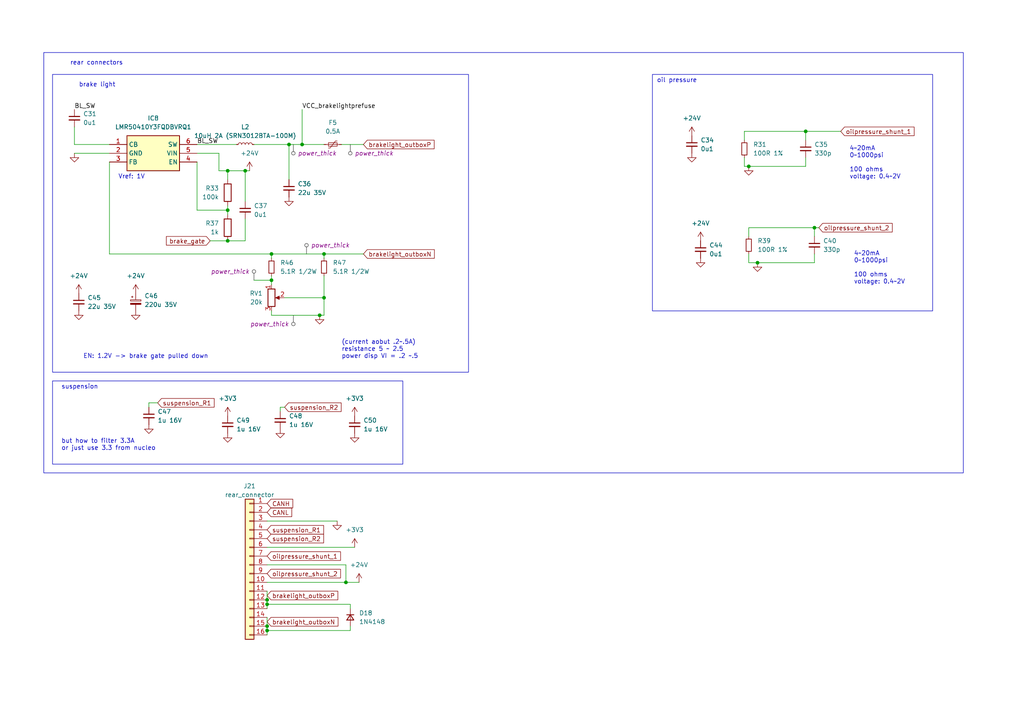
<source format=kicad_sch>
(kicad_sch (version 20231120) (generator "eeschema") (generator_version "8.0")
  (paper "A4")
  (title_block (title "EP5 rearbox powerboard") (date "2024-06-27") (rev "2.0") (company "NTURacing") (comment 1 "郭哲明") (comment 2 "Electrical group"))
  (lib_symbols
    (symbol "Connector_Generic:Conn_01x16" (pin_names (offset 1.016) hide)
      (property "Reference" "J" (at 0 20.32 0))
      (property "Value" "Conn_01x16" (at 0 -22.86 0))
      (symbol "Conn_01x16_1_1"
        (rectangle (start -1.27 -20.193) (end 0 -20.447) (stroke (width 0.1524)))
        (rectangle (start -1.27 -17.653) (end 0 -17.907) (stroke (width 0.1524)))
        (rectangle (start -1.27 -15.113) (end 0 -15.367) (stroke (width 0.1524)))
        (rectangle (start -1.27 -12.573) (end 0 -12.827) (stroke (width 0.1524)))
        (rectangle (start -1.27 -10.033) (end 0 -10.287) (stroke (width 0.1524)))
        (rectangle (start -1.27 -7.493) (end 0 -7.747) (stroke (width 0.1524)))
        (rectangle (start -1.27 -4.953) (end 0 -5.207) (stroke (width 0.1524)))
        (rectangle (start -1.27 -2.413) (end 0 -2.667) (stroke (width 0.1524)))
        (rectangle (start -1.27 0.127) (end 0 -0.127) (stroke (width 0.1524)))
        (rectangle (start -1.27 2.667) (end 0 2.413) (stroke (width 0.1524)))
        (rectangle (start -1.27 5.207) (end 0 4.953) (stroke (width 0.1524)))
        (rectangle (start -1.27 7.747) (end 0 7.493) (stroke (width 0.1524)))
        (rectangle (start -1.27 10.287) (end 0 10.033) (stroke (width 0.1524)))
        (rectangle (start -1.27 12.827) (end 0 12.573) (stroke (width 0.1524)))
        (rectangle (start -1.27 15.367) (end 0 15.113) (stroke (width 0.1524)))
        (rectangle (start -1.27 17.907) (end 0 17.653) (stroke (width 0.1524)))
        (rectangle (start -1.27 19.05) (end 1.27 -21.59) (stroke (width 0.254)) (fill (type background)))
        (pin passive line (at -5.08 17.78 0) (length 3.81) (name "Pin_1") (number "1"))
        (pin passive line (at -5.08 -5.08 0) (length 3.81) (name "Pin_10") (number "10"))
        (pin passive line (at -5.08 -7.62 0) (length 3.81) (name "Pin_11") (number "11"))
        (pin passive line (at -5.08 -10.16 0) (length 3.81) (name "Pin_12") (number "12"))
        (pin passive line (at -5.08 -12.7 0) (length 3.81) (name "Pin_13") (number "13"))
        (pin passive line (at -5.08 -15.24 0) (length 3.81) (name "Pin_14") (number "14"))
        (pin passive line (at -5.08 -17.78 0) (length 3.81) (name "Pin_15") (number "15"))
        (pin passive line (at -5.08 -20.32 0) (length 3.81) (name "Pin_16") (number "16"))
        (pin passive line (at -5.08 15.24 0) (length 3.81) (name "Pin_2") (number "2"))
        (pin passive line (at -5.08 12.7 0) (length 3.81) (name "Pin_3") (number "3"))
        (pin passive line (at -5.08 10.16 0) (length 3.81) (name "Pin_4") (number "4"))
        (pin passive line (at -5.08 7.62 0) (length 3.81) (name "Pin_5") (number "5"))
        (pin passive line (at -5.08 5.08 0) (length 3.81) (name "Pin_6") (number "6"))
        (pin passive line (at -5.08 2.54 0) (length 3.81) (name "Pin_7") (number "7"))
        (pin passive line (at -5.08 0 0) (length 3.81) (name "Pin_8") (number "8"))
        (pin passive line (at -5.08 -2.54 0) (length 3.81) (name "Pin_9") (number "9"))
      )
    )
    (symbol "Device:C_Polarized_Small" (pin_numbers hide) (pin_names (offset 0.254) hide)
      (property "Reference" "C" (at 0.254 1.778 0))
      (property "Value" "C_Polarized_Small" (at 0.254 -2.032 0))
      (symbol "C_Polarized_Small_0_1"
        (rectangle (start -1.524 -0.3048) (end 1.524 -0.6858) (fill (type outline)))
        (rectangle (start -1.524 0.6858) (end 1.524 0.3048))
        (polyline (pts (xy -1.27 1.524) (xy -0.762 1.524)))
        (polyline (pts (xy -1.016 1.27) (xy -1.016 1.778)))
      )
      (symbol "C_Polarized_Small_1_1"
        (pin passive line (at 0 2.54 270) (length 1.8542) (name "~") (number "1"))
        (pin passive line (at 0 -2.54 90) (length 1.8542) (name "~") (number "2"))
      )
    )
    (symbol "Device:C_Small" (pin_numbers hide) (pin_names (offset 0.254) hide)
      (property "Reference" "C" (at 0.254 1.778 0))
      (property "Value" "C_Small" (at 0.254 -2.032 0))
      (symbol "C_Small_0_1"
        (polyline (pts (xy -1.524 -0.508) (xy 1.524 -0.508)) (stroke (width 0.3302)))
        (polyline (pts (xy -1.524 0.508) (xy 1.524 0.508)) (stroke (width 0.3048)))
      )
      (symbol "C_Small_1_1"
        (pin passive line (at 0 2.54 270) (length 2.032) (name "~") (number "1"))
        (pin passive line (at 0 -2.54 90) (length 2.032) (name "~") (number "2"))
      )
    )
    (symbol "Device:D_Small" (pin_numbers hide) (pin_names (offset 0.254) hide)
      (property "Reference" "D" (at -1.27 2.032 0))
      (property "Value" "D_Small" (at -3.81 -2.032 0))
      (symbol "D_Small_0_1"
        (polyline (pts (xy -0.762 -1.016) (xy -0.762 1.016)) (stroke (width 0.254)))
        (polyline (pts (xy -0.762 0) (xy 0.762 0)))
        (polyline (pts (xy 0.762 -1.016) (xy -0.762 0) (xy 0.762 1.016) (xy 0.762 -1.016)) (stroke (width 0.254)))
      )
      (symbol "D_Small_1_1"
        (pin passive line (at -2.54 0 0) (length 1.778) (name "K") (number "1"))
        (pin passive line (at 2.54 0 180) (length 1.778) (name "A") (number "2"))
      )
    )
    (symbol "Device:L_Small" (pin_numbers hide) (pin_names (offset 0.254) hide)
      (property "Reference" "L" (at 0.762 1.016 0))
      (property "Value" "L_Small" (at 0.762 -1.016 0))
      (symbol "L_Small_0_1"
        (arc (start 0 -2.032) (mid 0.5058 -1.524) (end 0 -1.016))
        (arc (start 0 -1.016) (mid 0.5058 -0.508) (end 0 0))
        (arc (start 0 0) (mid 0.5058 0.508) (end 0 1.016))
        (arc (start 0 1.016) (mid 0.5058 1.524) (end 0 2.032))
      )
      (symbol "L_Small_1_1"
        (pin passive line (at 0 2.54 270) (length 0.508) (name "~") (number "1"))
        (pin passive line (at 0 -2.54 90) (length 0.508) (name "~") (number "2"))
      )
    )
    (symbol "Device:Polyfuse_Small" (pin_numbers hide) (pin_names (offset 0))
      (property "Reference" "F" (at -1.905 0 90))
      (property "Value" "Polyfuse_Small" (at 1.905 0 90))
      (symbol "Polyfuse_Small_0_1"
        (rectangle (start -0.508 1.27) (end 0.508 -1.27))
        (polyline (pts (xy 0 2.54) (xy 0 -2.54)))
        (polyline (pts (xy -1.016 1.27) (xy -1.016 0.762) (xy 1.016 -0.762) (xy 1.016 -1.27)))
      )
      (symbol "Polyfuse_Small_1_1"
        (pin passive line (at 0 2.54 270) (length 0.635) (name "~") (number "1"))
        (pin passive line (at 0 -2.54 90) (length 0.635) (name "~") (number "2"))
      )
    )
    (symbol "Device:R" (pin_numbers hide) (pin_names (offset 0))
      (property "Reference" "R" (at 2.032 0 90))
      (property "Value" "R" (at 0 0 90))
      (symbol "R_0_1"
        (rectangle (start -1.016 -2.54) (end 1.016 2.54) (stroke (width 0.254)))
      )
      (symbol "R_1_1"
        (pin passive line (at 0 3.81 270) (length 1.27) (name "~") (number "1"))
        (pin passive line (at 0 -3.81 90) (length 1.27) (name "~") (number "2"))
      )
    )
    (symbol "Device:R_Potentiometer" (pin_names (offset 1.016) hide)
      (property "Reference" "RV" (at -4.445 0 90))
      (property "Value" "R_Potentiometer" (at -2.54 0 90))
      (symbol "R_Potentiometer_0_1"
        (polyline (pts (xy 2.54 0) (xy 1.524 0)))
        (polyline (pts (xy 1.143 0) (xy 2.286 0.508) (xy 2.286 -0.508) (xy 1.143 0)) (fill (type outline)))
        (rectangle (start 1.016 2.54) (end -1.016 -2.54) (stroke (width 0.254)))
      )
      (symbol "R_Potentiometer_1_1"
        (pin passive line (at 0 3.81 270) (length 1.27) (name "1") (number "1"))
        (pin passive line (at 3.81 0 180) (length 1.27) (name "2") (number "2"))
        (pin passive line (at 0 -3.81 90) (length 1.27) (name "3") (number "3"))
      )
    )
    (symbol "Device:R_Small" (pin_numbers hide) (pin_names (offset 0.254) hide)
      (property "Reference" "R" (at 0.762 0.508 0))
      (property "Value" "R_Small" (at 0.762 -1.016 0))
      (symbol "R_Small_0_1"
        (rectangle (start -0.762 1.778) (end 0.762 -1.778) (stroke (width 0.2032)))
      )
      (symbol "R_Small_1_1"
        (pin passive line (at 0 2.54 270) (length 0.762) (name "~") (number "1"))
        (pin passive line (at 0 -2.54 90) (length 0.762) (name "~") (number "2"))
      )
    )
    (symbol "SamacSys_Parts:LMR50410Y3FQDBVRQ1"
      (property "Reference" "IC" (at 21.59 7.62 0))
      (property "Value" "LMR50410Y3FQDBVRQ1" (at 21.59 5.08 0))
      (symbol "LMR50410Y3FQDBVRQ1_1_1"
        (rectangle (start 5.08 2.54) (end 20.32 -7.62) (stroke (width 0.254)) (fill (type background)))
        (pin passive line (at 0 0 0) (length 5.08) (name "CB") (number "1"))
        (pin passive line (at 0 -2.54 0) (length 5.08) (name "GND") (number "2"))
        (pin passive line (at 0 -5.08 0) (length 5.08) (name "FB") (number "3"))
        (pin passive line (at 25.4 -5.08 180) (length 5.08) (name "EN") (number "4"))
        (pin passive line (at 25.4 -2.54 180) (length 5.08) (name "VIN") (number "5"))
        (pin passive line (at 25.4 0 180) (length 5.08) (name "SW") (number "6"))
      )
    )
    (symbol "power:+24V" (power) (pin_names (offset 0))
      (property "Value" "+24V" (at 0 3.556 0))
      (symbol "+24V_0_1"
        (polyline (pts (xy -0.762 1.27) (xy 0 2.54)))
        (polyline (pts (xy 0 0) (xy 0 2.54)))
        (polyline (pts (xy 0 2.54) (xy 0.762 1.27)))
      )
      (symbol "+24V_1_1"
        (pin power_in line (at 0 0 90) (length 0) hide (name "+24V") (number "1"))
      )
    )
    (symbol "power:+3V3" (power) (pin_names (offset 0))
      (property "Value" "+3V3" (at 0 3.556 0))
      (symbol "+3V3_0_1"
        (polyline (pts (xy -0.762 1.27) (xy 0 2.54)))
        (polyline (pts (xy 0 0) (xy 0 2.54)))
        (polyline (pts (xy 0 2.54) (xy 0.762 1.27)))
      )
      (symbol "+3V3_1_1"
        (pin power_in line (at 0 0 90) (length 0) hide (name "+3V3") (number "1"))
      )
    )
    (symbol "power:GND" (power) (pin_names (offset 0))
      (property "Value" "GND" (at 0 -3.81 0))
      (symbol "GND_0_1"
        (polyline (pts (xy 0 0) (xy 0 -1.27) (xy 1.27 -1.27) (xy 0 -2.54) (xy -1.27 -1.27) (xy 0 -1.27)))
      )
      (symbol "GND_1_1"
        (pin power_in line (at 0 0 270) (length 0) hide (name "GND") (number "1"))
      )
    )
  )
  (junction (at 78.74 73.66))
  (junction (at 83.82 41.91))
  (junction (at 71.12 49.53))
  (junction (at 77.47 181.61))
  (junction (at 100.33 168.91))
  (junction (at 93.98 86.36))
  (junction (at 77.47 173.99))
  (junction (at 87.63 41.91))
  (junction (at 66.04 49.53))
  (junction (at 219.71 76.2))
  (junction (at 66.04 60.96))
  (junction (at 93.98 73.66))
  (junction (at 77.47 182.88))
  (junction (at 77.47 175.26))
  (junction (at 66.04 69.85))
  (junction (at 236.22 66.04))
  (junction (at 92.71 91.44))
  (junction (at 233.68 38.1))
  (junction (at 217.17 48.26))
  (junction (at 78.74 81.28))
  (wire (pts (xy 71.12 69.85) (xy 66.04 69.85)))
  (wire (pts (xy 93.98 74.93) (xy 93.98 73.66)))
  (wire (pts (xy 215.9 45.72) (xy 215.9 48.26)))
  (wire (pts (xy 81.28 118.11) (xy 82.55 118.11)))
  (wire (pts (xy 87.63 31.75) (xy 87.63 41.91)))
  (wire (pts (xy 66.04 59.69) (xy 66.04 60.96)))
  (wire (pts (xy 97.79 151.13) (xy 77.47 151.13)))
  (wire (pts (xy 78.74 81.28) (xy 78.74 82.55)))
  (wire (pts (xy 21.59 44.45) (xy 31.75 44.45)))
  (wire (pts (xy 77.47 171.45) (xy 77.47 173.99)))
  (wire (pts (xy 83.82 52.07) (xy 83.82 41.91)))
  (wire (pts (xy 57.15 46.99) (xy 57.15 60.96)))
  (wire (pts (xy 217.17 66.04) (xy 236.22 66.04)))
  (wire (pts (xy 71.12 49.53) (xy 71.12 58.42)))
  (wire (pts (xy 104.14 168.91) (xy 100.33 168.91)))
  (wire (pts (xy 217.17 76.2) (xy 219.71 76.2)))
  (wire (pts (xy 31.75 46.99) (xy 31.75 73.66)))
  (wire (pts (xy 63.5 44.45) (xy 57.15 44.45)))
  (wire (pts (xy 93.98 41.91) (xy 87.63 41.91)))
  (wire (pts (xy 57.15 60.96) (xy 66.04 60.96)))
  (wire (pts (xy 66.04 49.53) (xy 71.12 49.53)))
  (wire (pts (xy 71.12 49.53) (xy 72.39 49.53)))
  (wire (pts (xy 219.71 76.2) (xy 236.22 76.2)))
  (wire (pts (xy 66.04 62.23) (xy 66.04 60.96)))
  (wire (pts (xy 93.98 91.44) (xy 92.71 91.44)))
  (wire (pts (xy 77.47 163.83) (xy 100.33 163.83)))
  (wire (pts (xy 233.68 38.1) (xy 233.68 40.64)))
  (wire (pts (xy 93.98 80.01) (xy 93.98 86.36)))
  (wire (pts (xy 83.82 41.91) (xy 87.63 41.91)))
  (wire (pts (xy 60.96 69.85) (xy 66.04 69.85)))
  (wire (pts (xy 101.6 175.26) (xy 101.6 176.53)))
  (wire (pts (xy 215.9 48.26) (xy 217.17 48.26)))
  (wire (pts (xy 81.28 119.38) (xy 81.28 118.11)))
  (wire (pts (xy 233.68 38.1) (xy 243.84 38.1)))
  (wire (pts (xy 31.75 41.91) (xy 21.59 41.91)))
  (wire (pts (xy 100.33 168.91) (xy 100.33 163.83)))
  (wire (pts (xy 43.18 116.84) (xy 43.18 118.11)))
  (wire (pts (xy 68.58 41.91) (xy 57.15 41.91)))
  (wire (pts (xy 21.59 41.91) (xy 21.59 36.83)))
  (wire (pts (xy 236.22 66.04) (xy 236.22 68.58)))
  (wire (pts (xy 78.74 73.66) (xy 31.75 73.66)))
  (wire (pts (xy 77.47 158.75) (xy 102.87 158.75)))
  (wire (pts (xy 73.66 41.91) (xy 83.82 41.91)))
  (wire (pts (xy 78.74 91.44) (xy 92.71 91.44)))
  (wire (pts (xy 43.18 116.84) (xy 45.72 116.84)))
  (wire (pts (xy 217.17 73.66) (xy 217.17 76.2)))
  (wire (pts (xy 78.74 74.93) (xy 78.74 73.66)))
  (wire (pts (xy 77.47 182.88) (xy 77.47 184.15)))
  (wire (pts (xy 82.55 86.36) (xy 93.98 86.36)))
  (wire (pts (xy 77.47 168.91) (xy 100.33 168.91)))
  (wire (pts (xy 78.74 73.66) (xy 93.98 73.66)))
  (wire (pts (xy 236.22 73.66) (xy 236.22 76.2)))
  (wire (pts (xy 215.9 38.1) (xy 215.9 40.64)))
  (wire (pts (xy 77.47 173.99) (xy 77.47 175.26)))
  (wire (pts (xy 71.12 63.5) (xy 71.12 69.85)))
  (wire (pts (xy 236.22 66.04) (xy 237.49 66.04)))
  (wire (pts (xy 93.98 86.36) (xy 93.98 91.44)))
  (wire (pts (xy 77.47 182.88) (xy 77.47 181.61)))
  (wire (pts (xy 99.06 41.91) (xy 105.41 41.91)))
  (wire (pts (xy 78.74 91.44) (xy 78.74 90.17)))
  (wire (pts (xy 233.68 45.72) (xy 233.68 48.26)))
  (wire (pts (xy 105.41 73.66) (xy 93.98 73.66)))
  (wire (pts (xy 77.47 175.26) (xy 101.6 175.26)))
  (wire (pts (xy 77.47 175.26) (xy 77.47 176.53)))
  (wire (pts (xy 217.17 66.04) (xy 217.17 68.58)))
  (wire (pts (xy 73.66 81.28) (xy 78.74 81.28)))
  (wire (pts (xy 217.17 48.26) (xy 233.68 48.26)))
  (wire (pts (xy 63.5 49.53) (xy 63.5 44.45)))
  (wire (pts (xy 78.74 81.28) (xy 78.74 80.01)))
  (wire (pts (xy 77.47 182.88) (xy 101.6 182.88)))
  (wire (pts (xy 77.47 179.07) (xy 77.47 181.61)))
  (wire (pts (xy 101.6 182.88) (xy 101.6 181.61)))
  (wire (pts (xy 215.9 38.1) (xy 233.68 38.1)))
  (wire (pts (xy 66.04 49.53) (xy 63.5 49.53)))
  (wire (pts (xy 66.04 52.07) (xy 66.04 49.53)))
  (rectangle (start 189.23 21.59) (end 270.51 90.17))
  (rectangle (start 15.24 110.49) (end 116.84 134.62))
  (rectangle (start 15.24 21.59) (end 135.89 107.95))
  (rectangle (start 12.7 15.24) (end 279.4 137.16))
  (text "brake light\n" (at 22.86 25.4 0) (effects (font (size 1.27 1.27)) (justify left bottom)))
  (text "4~20mA\n0~1000psi\n\n100 ohms\nvoltage: 0.4~2V" (at 246.38 52.07 0) (effects (font (size 1.27 1.27)) (justify left bottom)))
  (text "suspension" (at 17.78 113.03 0) (effects (font (size 1.27 1.27)) (justify left bottom)))
  (text "(current aobut .2~.5A)\nresistance 5 ~ 2.5\npower disp VI = .2 ~.5" (at 99.06 104.14 0) (effects (font (size 1.27 1.27)) (justify left bottom)))
  (text "Vref: 1V" (at 34.29 52.07 0) (effects (font (size 1.27 1.27)) (justify left bottom)))
  (text "oil pressure" (at 190.5 24.13 0) (effects (font (size 1.27 1.27)) (justify left bottom)))
  (text "EN: 1.2V -> brake gate pulled down" (at 24.13 104.14 0) (effects (font (size 1.27 1.27)) (justify left bottom)))
  (text "rear connectors" (at 20.32 19.05 0) (effects (font (size 1.27 1.27)) (justify left bottom)))
  (text "4~20mA\n0~1000psi\n\n100 ohms\nvoltage: 0.4~2V" (at 247.65 82.55 0) (effects (font (size 1.27 1.27)) (justify left bottom)))
  (text "but how to filter 3.3A\nor just use 3.3 from nucleo" (at 17.78 130.81 0) (effects (font (size 1.27 1.27)) (justify left bottom)))
  (label "BL_SW" (at 21.59 31.75 0))
  (label "BL_SW" (at 57.15 41.91 0))
  (label "VCC_brakelightprefuse" (at 87.63 31.75 0))
  (global_label "brakelight_outboxP" (shape input) (at 77.47 172.72 0) (property "Intersheetrefs" "${INTERSHEET_REFS}" (effects (hide yes))))
  (global_label "suspension_R2" (shape input) (at 77.47 156.21 0) (property "Intersheetrefs" "${INTERSHEET_REFS}" (effects (hide yes))))
  (global_label "oilpressure_shunt_2" (shape input) (at 77.47 166.37 0) (property "Intersheetrefs" "${INTERSHEET_REFS}" (effects (hide yes))))
  (global_label "oilpressure_shunt_1" (shape input) (at 243.84 38.1 0) (property "Intersheetrefs" "${INTERSHEET_REFS}" (effects (hide yes))))
  (global_label "CANH" (shape input) (at 77.47 146.05 0) (property "Intersheetrefs" "${INTERSHEET_REFS}" (effects (hide yes))))
  (global_label "brakelight_outboxN" (shape input) (at 77.47 180.34 0) (property "Intersheetrefs" "${INTERSHEET_REFS}" (effects (hide yes))))
  (global_label "suspension_R2" (shape input) (at 82.55 118.11 0) (property "Intersheetrefs" "${INTERSHEET_REFS}" (effects (hide yes))))
  (global_label "suspension_R1" (shape input) (at 45.72 116.84 0) (property "Intersheetrefs" "${INTERSHEET_REFS}" (effects (hide yes))))
  (global_label "brakelight_outboxP" (shape input) (at 105.41 41.91 0) (property "Intersheetrefs" "${INTERSHEET_REFS}" (effects (hide yes))))
  (global_label "brakelight_outboxN" (shape input) (at 105.41 73.66 0) (property "Intersheetrefs" "${INTERSHEET_REFS}" (effects (hide yes))))
  (global_label "oilpressure_shunt_1" (shape input) (at 77.47 161.29 0) (property "Intersheetrefs" "${INTERSHEET_REFS}" (effects (hide yes))))
  (global_label "CANL" (shape input) (at 77.47 148.59 0) (property "Intersheetrefs" "${INTERSHEET_REFS}" (effects (hide yes))))
  (global_label "suspension_R1" (shape input) (at 77.47 153.67 0) (property "Intersheetrefs" "${INTERSHEET_REFS}" (effects (hide yes))))
  (global_label "brake_gate" (shape input) (at 60.96 69.85 180) (property "Intersheetrefs" "${INTERSHEET_REFS}" (effects (hide yes))))
  (global_label "oilpressure_shunt_2" (shape input) (at 237.49 66.04 0) (property "Intersheetrefs" "${INTERSHEET_REFS}" (effects (hide yes))))
  (netclass_flag "" (length 2.54) (shape round) (at 101.6 41.91 180) (property "Netclass" "power_thick" (at 102.87 44.45 0) (effects (font (italic yes)) (justify left))))
  (netclass_flag "" (length 2.54) (shape round) (at 85.09 91.44 180) (property "Netclass" "power_thick" (at 83.82 93.98 0) (effects (font (italic yes)) (justify right))))
  (netclass_flag "" (length 2.54) (shape round) (at 85.09 41.91 180) (property "Netclass" "power_thick" (at 86.36 44.45 0) (effects (font (italic yes)) (justify left))))
  (netclass_flag "" (length 2.54) (shape round) (at 73.66 81.28 0) (property "Netclass" "power_thick" (at 72.39 78.74 0) (effects (font (italic yes)) (justify right))))
  (netclass_flag "" (length 2.54) (shape round) (at 88.9 73.66 0) (property "Netclass" "power_thick" (at 90.17 71.12 0) (effects (font (italic yes)) (justify left))))
  (symbol (lib_id "Device:C_Small") (at 233.68 43.18 0) (unit 1)
    (property "Reference" "C35" (at 236.22 41.9163 0) (effects (justify left)))
    (property "Value" "330p" (at 236.22 44.4563 0) (effects (justify left)))
    (property "Footprint" "Capacitor_SMD:C_0603_1608Metric" (effects (hide yes)))
  )
  (symbol (lib_id "power:+24V") (at 104.14 168.91 0) (unit 1)
    (property "Reference" "#PWR0171" (effects (hide yes)))
    (property "Value" "+24V" (at 104.14 163.83 0))
  )
  (symbol (lib_id "Device:C_Small") (at 83.82 54.61 0) (unit 1)
    (property "Reference" "C36" (at 86.36 53.3463 0) (effects (justify left)))
    (property "Value" "22u 35V" (at 86.36 55.8863 0) (effects (justify left)))
    (property "Footprint" "Capacitor_SMD:C_1206_3216Metric" (effects (hide yes)))
  )
  (symbol (lib_id "Device:R_Small") (at 217.17 71.12 0) (unit 1)
    (property "Reference" "R39" (at 219.71 69.85 0) (effects (justify left)))
    (property "Value" "100R 1%" (at 219.71 72.39 0) (effects (justify left)))
    (property "Footprint" "Resistor_SMD:R_0805_2012Metric" (effects (hide yes)))
  )
  (symbol (lib_id "Device:C_Small") (at 71.12 60.96 0) (unit 1)
    (property "Reference" "C37" (at 73.66 59.6963 0) (effects (justify left)))
    (property "Value" "0u1" (at 73.66 62.2363 0) (effects (justify left)))
    (property "Footprint" "Capacitor_SMD:C_0603_1608Metric" (effects (hide yes)))
  )
  (symbol (lib_id "power:+24V") (at 200.66 39.37 0) (unit 1)
    (property "Reference" "#PWR0110" (effects (hide yes)))
    (property "Value" "+24V" (at 200.66 34.29 0))
  )
  (symbol (lib_id "Device:R") (at 66.04 55.88 0) (mirror y) (unit 1)
    (property "Reference" "R33" (at 63.5 54.61 0) (effects (justify left)))
    (property "Value" "100k" (at 63.5 57.15 0) (effects (justify left)))
    (property "Footprint" "Resistor_SMD:R_0603_1608Metric" (effects (hide yes)))
  )
  (symbol (lib_id "Device:C_Small") (at 22.86 87.63 0) (unit 1)
    (property "Reference" "C45" (at 25.4 86.3663 0) (effects (justify left)))
    (property "Value" "22u 35V" (at 25.4 88.9063 0) (effects (justify left)))
    (property "Footprint" "Capacitor_SMD:C_1206_3216Metric" (effects (hide yes)))
  )
  (symbol (lib_id "Device:D_Small") (at 101.6 179.07 270) (unit 1)
    (property "Reference" "D18" (at 104.14 177.8 90) (effects (justify left)))
    (property "Value" "1N4148" (at 104.14 180.34 90) (effects (justify left)))
    (property "Footprint" "Diode_SMD:D_MiniMELF" (effects (hide yes)))
    (property "Sim.Device" "D" (effects (hide yes)))
    (property "Sim.Pins" "1=K 2=A" (effects (hide yes)))
  )
  (symbol (lib_id "power:GND") (at 219.71 76.2 0) (unit 1)
    (property "Reference" "#PWR0137" (effects (hide yes)))
    (property "Value" "GND" (effects (hide yes)))
  )
  (symbol (lib_id "Device:R_Potentiometer") (at 78.74 86.36 0) (unit 1)
    (property "Reference" "RV1" (at 76.2 85.09 0) (effects (justify right)))
    (property "Value" "20k" (at 76.2 87.63 0) (effects (justify right)))
    (property "Footprint" "Potentiometer_THT:Potentiometer_Vishay_T73YP_Vertical" (effects (hide yes)))
  )
  (symbol (lib_id "power:+3V3") (at 66.04 120.65 0) (unit 1)
    (property "Reference" "#PWR0145" (effects (hide yes)))
    (property "Value" "+3V3" (at 66.04 115.57 0))
  )
  (symbol (lib_id "Device:L_Small") (at 71.12 41.91 90) (unit 1)
    (property "Reference" "L2" (at 71.12 36.83 90))
    (property "Value" "10uH 2A (SRN3012BTA-100M)" (at 71.12 39.37 90))
    (property "Footprint" "SamacSys_Parts:SRN3012BTA100M" (effects (hide yes)))
  )
  (symbol (lib_id "power:GND") (at 39.37 90.17 0) (unit 1)
    (property "Reference" "#PWR0143" (effects (hide yes)))
    (property "Value" "GND" (effects (hide yes)))
  )
  (symbol (lib_id "Device:C_Polarized_Small") (at 39.37 87.63 0) (unit 1)
    (property "Reference" "C46" (at 41.91 85.8139 0) (effects (justify left)))
    (property "Value" "220u 35V" (at 41.91 88.3539 0) (effects (justify left)))
    (property "Footprint" "Capacitor_THT:CP_Radial_D8.0mm_P3.80mm" (effects (hide yes)))
  )
  (symbol (lib_id "Device:R_Small") (at 93.98 77.47 180) (unit 1)
    (property "Reference" "R47" (at 96.52 76.2 0) (effects (justify right)))
    (property "Value" "5.1R 1/2W" (at 96.52 78.74 0) (effects (justify right)))
    (property "Footprint" "Resistor_THT:R_Axial_DIN0309_L9.0mm_D3.2mm_P2.54mm_Vertical" (effects (hide yes)))
  )
  (symbol (lib_id "Device:R_Small") (at 215.9 43.18 0) (unit 1)
    (property "Reference" "R31" (at 218.44 41.91 0) (effects (justify left)))
    (property "Value" "100R 1%" (at 218.44 44.45 0) (effects (justify left)))
    (property "Footprint" "Resistor_SMD:R_0805_2012Metric" (effects (hide yes)))
  )
  (symbol (lib_id "power:+3V3") (at 102.87 158.75 0) (unit 1)
    (property "Reference" "#PWR0170" (effects (hide yes)))
    (property "Value" "+3V3" (at 102.87 153.67 0))
  )
  (symbol (lib_id "power:GND") (at 21.59 44.45 0) (unit 1)
    (property "Reference" "#PWR0112" (effects (hide yes)))
    (property "Value" "GND" (effects (hide yes)))
  )
  (symbol (lib_id "Device:C_Small") (at 102.87 123.19 0) (unit 1)
    (property "Reference" "C50" (at 105.41 121.9263 0) (effects (justify left)))
    (property "Value" "1u 16V" (at 105.41 124.4663 0) (effects (justify left)))
    (property "Footprint" "Capacitor_SMD:C_0603_1608Metric" (effects (hide yes)))
  )
  (symbol (lib_id "power:GND") (at 22.86 90.17 0) (unit 1)
    (property "Reference" "#PWR0140" (effects (hide yes)))
    (property "Value" "GND" (effects (hide yes)))
  )
  (symbol (lib_id "Device:C_Small") (at 43.18 120.65 0) (unit 1)
    (property "Reference" "C47" (at 45.72 119.3863 0) (effects (justify left)))
    (property "Value" "1u 16V" (at 45.72 121.9263 0) (effects (justify left)))
    (property "Footprint" "Capacitor_SMD:C_0603_1608Metric" (effects (hide yes)))
  )
  (symbol (lib_id "Device:R_Small") (at 78.74 77.47 180) (unit 1)
    (property "Reference" "R46" (at 81.28 76.2 0) (effects (justify right)))
    (property "Value" "5.1R 1/2W" (at 81.28 78.74 0) (effects (justify right)))
    (property "Footprint" "Resistor_THT:R_Axial_DIN0309_L9.0mm_D3.2mm_P2.54mm_Vertical" (effects (hide yes)))
  )
  (symbol (lib_id "Device:C_Small") (at 81.28 121.92 0) (unit 1)
    (property "Reference" "C48" (at 83.82 120.6563 0) (effects (justify left)))
    (property "Value" "1u 16V" (at 83.82 123.1963 0) (effects (justify left)))
    (property "Footprint" "Capacitor_SMD:C_0603_1608Metric" (effects (hide yes)))
  )
  (symbol (lib_id "power:+3V3") (at 102.87 120.65 0) (unit 1)
    (property "Reference" "#PWR0146" (effects (hide yes)))
    (property "Value" "+3V3" (at 102.87 115.57 0))
  )
  (symbol (lib_id "power:GND") (at 203.2 74.93 0) (unit 1)
    (property "Reference" "#PWR0134" (effects (hide yes)))
    (property "Value" "GND" (effects (hide yes)))
  )
  (symbol (lib_id "power:+24V") (at 39.37 85.09 0) (unit 1)
    (property "Reference" "#PWR0139" (effects (hide yes)))
    (property "Value" "+24V" (at 39.37 80.01 0))
  )
  (symbol (lib_id "Device:R") (at 66.04 66.04 0) (mirror y) (unit 1)
    (property "Reference" "R37" (at 63.5 64.77 0) (effects (justify left)))
    (property "Value" "1k" (at 63.5 67.31 0) (effects (justify left)))
    (property "Footprint" "Resistor_SMD:R_0603_1608Metric" (effects (hide yes)))
  )
  (symbol (lib_id "Device:Polyfuse_Small") (at 96.52 41.91 270) (unit 1)
    (property "Reference" "F5" (at 96.52 35.56 90))
    (property "Value" "0.5A" (at 96.52 38.1 90))
    (property "Footprint" "Fuse:Fuse_1206_3216Metric" (effects (hide yes)))
  )
  (symbol (lib_id "power:+24V") (at 203.2 69.85 0) (unit 1)
    (property "Reference" "#PWR0133" (effects (hide yes)))
    (property "Value" "+24V" (at 203.2 64.77 0))
  )
  (symbol (lib_id "Device:C_Small") (at 66.04 123.19 0) (unit 1)
    (property "Reference" "C49" (at 68.58 121.9263 0) (effects (justify left)))
    (property "Value" "1u 16V" (at 68.58 124.4663 0) (effects (justify left)))
    (property "Footprint" "Capacitor_SMD:C_0603_1608Metric" (effects (hide yes)))
  )
  (symbol (lib_id "Device:C_Small") (at 200.66 41.91 0) (unit 1)
    (property "Reference" "C34" (at 203.2 40.6463 0) (effects (justify left)))
    (property "Value" "0u1" (at 203.2 43.1863 0) (effects (justify left)))
    (property "Footprint" "Capacitor_SMD:C_0603_1608Metric" (effects (hide yes)))
  )
  (symbol (lib_id "power:GND") (at 83.82 57.15 0) (unit 1)
    (property "Reference" "#PWR0130" (effects (hide yes)))
    (property "Value" "GND" (effects (hide yes)))
  )
  (symbol (lib_id "power:GND") (at 97.79 151.13 0) (unit 1)
    (property "Reference" "#PWR0169" (effects (hide yes)))
    (property "Value" "GND" (effects (hide yes)))
  )
  (symbol (lib_id "power:GND") (at 92.71 91.44 0) (unit 1)
    (property "Reference" "#PWR0144" (effects (hide yes)))
    (property "Value" "GND" (effects (hide yes)))
  )
  (symbol (lib_id "power:GND") (at 200.66 44.45 0) (unit 1)
    (property "Reference" "#PWR0114" (effects (hide yes)))
    (property "Value" "GND" (effects (hide yes)))
  )
  (symbol (lib_id "Device:C_Small") (at 236.22 71.12 0) (unit 1)
    (property "Reference" "C40" (at 238.76 69.8563 0) (effects (justify left)))
    (property "Value" "330p" (at 238.76 72.3963 0) (effects (justify left)))
    (property "Footprint" "Capacitor_SMD:C_0603_1608Metric" (effects (hide yes)))
  )
  (symbol (lib_id "power:GND") (at 217.17 48.26 0) (unit 1)
    (property "Reference" "#PWR0128" (effects (hide yes)))
    (property "Value" "GND" (effects (hide yes)))
  )
  (symbol (lib_id "Connector_Generic:Conn_01x16") (at 72.39 163.83 0) (mirror y) (unit 1)
    (property "Reference" "J21" (at 72.39 140.97 0))
    (property "Value" "rear_connector" (at 72.39 143.51 0))
    (property "Footprint" "Connector_IDC:IDC-Header_2x08_P2.54mm_Vertical" (effects (hide yes)))
  )
  (symbol (lib_id "power:+24V") (at 72.39 49.53 0) (unit 1)
    (property "Reference" "#PWR0129" (effects (hide yes)))
    (property "Value" "+24V" (at 72.39 44.45 0))
  )
  (symbol (lib_id "power:GND") (at 43.18 123.19 0) (unit 1)
    (property "Reference" "#PWR0149" (effects (hide yes)))
    (property "Value" "GND" (effects (hide yes)))
  )
  (symbol (lib_id "Device:C_Small") (at 21.59 34.29 0) (unit 1)
    (property "Reference" "C31" (at 24.13 33.0263 0) (effects (justify left)))
    (property "Value" "0u1" (at 24.13 35.5663 0) (effects (justify left)))
    (property "Footprint" "Capacitor_SMD:C_0603_1608Metric" (effects (hide yes)))
  )
  (symbol (lib_id "power:GND") (at 102.87 125.73 0) (unit 1)
    (property "Reference" "#PWR0156" (effects (hide yes)))
    (property "Value" "GND" (effects (hide yes)))
  )
  (symbol (lib_id "SamacSys_Parts:LMR50410Y3FQDBVRQ1") (at 31.75 41.91 0) (unit 1)
    (property "Reference" "IC8" (at 44.45 34.29 0))
    (property "Value" "LMR50410Y3FQDBVRQ1" (at 44.45 36.83 0))
    (property "Footprint" "SamacSys_Parts:SOT95P280X145-6N" (effects (hide yes)))
    (property "Datasheet" "https://www.ti.com/lit/ds/symlink/lmr50410-q1.pdf?ts=1611309677669" (effects (hide yes)))
    (property "Height" "1.45" (effects (hide yes)))
    (property "Mouser Part Number" "595-R50410Y3FQDBVRQ1" (effects (hide yes)))
    (property "Mouser Price/Stock" "https://www.mouser.co.uk/ProductDetail/Texas-Instruments/LMR50410Y3FQDBVRQ1?qs=81r%252BiQLm7BTaIXwCgdOuiA%3D%3D" (effects (hide yes)))
    (property "Manufacturer_Name" "Texas Instruments" (effects (hide yes)))
    (property "Manufacturer_Part_Number" "LMR50410Y3FQDBVRQ1" (effects (hide yes)))
  )
  (symbol (lib_id "power:GND") (at 66.04 125.73 0) (unit 1)
    (property "Reference" "#PWR0153" (effects (hide yes)))
    (property "Value" "GND" (effects (hide yes)))
  )
  (symbol (lib_id "Device:C_Small") (at 203.2 72.39 0) (unit 1)
    (property "Reference" "C44" (at 205.74 71.1263 0) (effects (justify left)))
    (property "Value" "0u1" (at 205.74 73.6663 0) (effects (justify left)))
    (property "Footprint" "Capacitor_SMD:C_0603_1608Metric" (effects (hide yes)))
  )
  (symbol (lib_id "power:+24V") (at 22.86 85.09 0) (unit 1)
    (property "Reference" "#PWR0138" (effects (hide yes)))
    (property "Value" "+24V" (at 22.86 80.01 0))
  )
  (symbol (lib_id "power:GND") (at 81.28 124.46 0) (unit 1)
    (property "Reference" "#PWR0150" (effects (hide yes)))
    (property "Value" "GND" (effects (hide yes)))
  )
)
</source>
